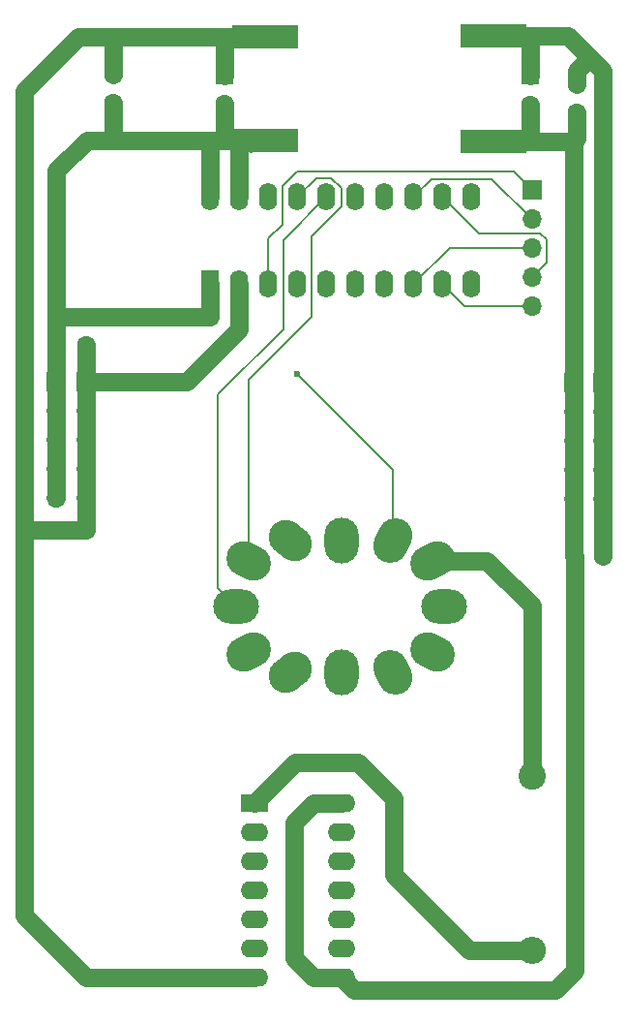
<source format=gbr>
%TF.GenerationSoftware,KiCad,Pcbnew,8.0.8*%
%TF.CreationDate,2025-03-08T09:49:48-08:00*%
%TF.ProjectId,proto,70726f74-6f2e-46b6-9963-61645f706362,rev?*%
%TF.SameCoordinates,Original*%
%TF.FileFunction,Copper,L1,Top*%
%TF.FilePolarity,Positive*%
%FSLAX46Y46*%
G04 Gerber Fmt 4.6, Leading zero omitted, Abs format (unit mm)*
G04 Created by KiCad (PCBNEW 8.0.8) date 2025-03-08 09:49:48*
%MOMM*%
%LPD*%
G01*
G04 APERTURE LIST*
G04 Aperture macros list*
%AMHorizOval*
0 Thick line with rounded ends*
0 $1 width*
0 $2 $3 position (X,Y) of the first rounded end (center of the circle)*
0 $4 $5 position (X,Y) of the second rounded end (center of the circle)*
0 Add line between two ends*
20,1,$1,$2,$3,$4,$5,0*
0 Add two circle primitives to create the rounded ends*
1,1,$1,$2,$3*
1,1,$1,$4,$5*%
G04 Aperture macros list end*
%TA.AperFunction,ComponentPad*%
%ADD10R,2.400000X1.600000*%
%TD*%
%TA.AperFunction,ComponentPad*%
%ADD11O,2.400000X1.600000*%
%TD*%
%TA.AperFunction,ComponentPad*%
%ADD12R,1.600000X1.600000*%
%TD*%
%TA.AperFunction,ComponentPad*%
%ADD13C,1.600000*%
%TD*%
%TA.AperFunction,ComponentPad*%
%ADD14R,1.700000X1.700000*%
%TD*%
%TA.AperFunction,ComponentPad*%
%ADD15O,1.700000X1.700000*%
%TD*%
%TA.AperFunction,ComponentPad*%
%ADD16HorizOval,3.000000X-0.447077X-0.223880X0.447077X0.223880X0*%
%TD*%
%TA.AperFunction,ComponentPad*%
%ADD17HorizOval,3.000000X-0.223880X-0.447077X0.223880X0.447077X0*%
%TD*%
%TA.AperFunction,ComponentPad*%
%ADD18O,3.000000X4.000000*%
%TD*%
%TA.AperFunction,ComponentPad*%
%ADD19HorizOval,3.000000X-0.394005X0.307831X0.394005X-0.307831X0*%
%TD*%
%TA.AperFunction,ComponentPad*%
%ADD20HorizOval,3.000000X-0.447077X0.223880X0.447077X-0.223880X0*%
%TD*%
%TA.AperFunction,ComponentPad*%
%ADD21O,4.000000X3.000000*%
%TD*%
%TA.AperFunction,ComponentPad*%
%ADD22HorizOval,3.000000X0.447077X0.223880X-0.447077X-0.223880X0*%
%TD*%
%TA.AperFunction,ComponentPad*%
%ADD23HorizOval,3.000000X0.394005X0.307831X-0.394005X-0.307831X0*%
%TD*%
%TA.AperFunction,ComponentPad*%
%ADD24HorizOval,3.000000X-0.223880X0.447077X0.223880X-0.447077X0*%
%TD*%
%TA.AperFunction,ComponentPad*%
%ADD25HorizOval,3.000000X-0.447077X0.223880X0.447077X-0.223880X0*%
%TD*%
%TA.AperFunction,ComponentPad*%
%ADD26C,2.400000*%
%TD*%
%TA.AperFunction,ComponentPad*%
%ADD27O,2.400000X2.400000*%
%TD*%
%TA.AperFunction,ComponentPad*%
%ADD28R,1.600000X2.400000*%
%TD*%
%TA.AperFunction,ComponentPad*%
%ADD29O,1.600000X2.400000*%
%TD*%
%TA.AperFunction,SMDPad,CuDef*%
%ADD30R,5.800000X2.000000*%
%TD*%
%TA.AperFunction,ViaPad*%
%ADD31C,0.600000*%
%TD*%
%TA.AperFunction,Conductor*%
%ADD32C,1.600000*%
%TD*%
%TA.AperFunction,Conductor*%
%ADD33C,0.200000*%
%TD*%
%TA.AperFunction,Conductor*%
%ADD34C,0.400000*%
%TD*%
G04 APERTURE END LIST*
D10*
%TO.P,S1,1,HV_OUT*%
%TO.N,Net-(S1-HV_OUT)*%
X101770000Y-162740000D03*
D11*
%TO.P,S1,2,LV_IN*%
%TO.N,Net-(J5-Pin_1)*%
X101770000Y-177980000D03*
%TO.P,S1,3,LGND*%
%TO.N,GND*%
X109390000Y-177980000D03*
%TO.P,S1,4,PGND*%
X109390000Y-162740000D03*
%TO.P,S1,x*%
%TO.N,N/C*%
X101770000Y-165280000D03*
X101770000Y-167820000D03*
X101770000Y-170360000D03*
X101770000Y-172900000D03*
X101770000Y-175440000D03*
X109390000Y-165280000D03*
X109390000Y-167820000D03*
X109390000Y-170360000D03*
X109390000Y-172900000D03*
X109390000Y-175440000D03*
%TD*%
D12*
%TO.P,C1,1*%
%TO.N,Net-(J2-Pin_1)*%
X125950000Y-99174888D03*
D13*
%TO.P,C1,2*%
%TO.N,GND*%
X125950000Y-101674888D03*
%TD*%
D14*
%TO.P,J2,1,Pin_1*%
%TO.N,Net-(J2-Pin_1)*%
X132290000Y-126005000D03*
D15*
%TO.P,J2,2,Pin_2*%
X132290000Y-128545000D03*
%TO.P,J2,3,Pin_3*%
X132290000Y-131085000D03*
%TO.P,J2,4,Pin_4*%
X132290000Y-133625000D03*
%TO.P,J2,5,Pin_5*%
X132290000Y-136165000D03*
%TD*%
D13*
%TO.P,C5,1*%
%TO.N,Net-(J2-Pin_1)*%
X130000000Y-99890000D03*
%TO.P,C5,2*%
%TO.N,GND*%
X130000000Y-102390000D03*
%TD*%
%TO.P,C6,1*%
%TO.N,Net-(J5-Pin_1)*%
X87060000Y-122730000D03*
%TO.P,C6,2*%
%TO.N,GND*%
X87060000Y-120230000D03*
%TD*%
D14*
%TO.P,J1,1,Pin_1*%
%TO.N,Net-(J1-Pin_1)*%
X126060000Y-109140000D03*
D15*
%TO.P,J1,2,Pin_2*%
%TO.N,Net-(J1-Pin_2)*%
X126060000Y-111680000D03*
%TO.P,J1,3,Pin_3*%
%TO.N,Net-(J1-Pin_3)*%
X126060000Y-114220000D03*
%TO.P,J1,4,Pin_4*%
%TO.N,Net-(J1-Pin_4)*%
X126060000Y-116760000D03*
%TO.P,J1,5,Pin_5*%
%TO.N,Net-(J1-Pin_5)*%
X126060000Y-119300000D03*
%TD*%
D13*
%TO.P,C2,1*%
%TO.N,Net-(J2-Pin_1)*%
X132290000Y-141190000D03*
%TO.P,C2,2*%
%TO.N,GND*%
X129790000Y-141190000D03*
%TD*%
D16*
%TO.P,N1,1,A*%
%TO.N,Net-(N1-A)*%
X117400000Y-141560000D03*
D17*
%TO.P,N1,2,D0*%
%TO.N,Net-(N1-D0)*%
X113900000Y-139810000D03*
D18*
%TO.P,N1,3,D9*%
%TO.N,unconnected-(N1-D9-Pad3)*%
X109400000Y-139810000D03*
D19*
%TO.P,N1,4,D8*%
%TO.N,unconnected-(N1-D8-Pad4)*%
X104900000Y-139810000D03*
D20*
%TO.P,N1,5,D7*%
%TO.N,Net-(N1-D7)*%
X101275000Y-141560000D03*
D21*
%TO.P,N1,6,D6*%
%TO.N,Net-(N1-D6)*%
X100150000Y-145560000D03*
D22*
%TO.P,N1,7,D5*%
%TO.N,Net-(N1-D5)*%
X101275000Y-149560000D03*
D23*
%TO.P,N1,8,D4*%
%TO.N,Net-(N1-D4)*%
X104900000Y-151310000D03*
D18*
%TO.P,N1,9,D3*%
%TO.N,Net-(N1-D3)*%
X109400000Y-151310000D03*
D24*
%TO.P,N1,10,D2*%
%TO.N,Net-(N1-D2)*%
X113900000Y-151310000D03*
D25*
%TO.P,N1,11,D1*%
%TO.N,Net-(N1-D1)*%
X117400000Y-149560000D03*
D21*
%TO.P,N1,12,NC*%
%TO.N,unconnected-(N1-NC-Pad12)*%
X118400000Y-145560000D03*
%TD*%
D26*
%TO.P,R1,1*%
%TO.N,Net-(N1-A)*%
X126070000Y-160340000D03*
D27*
%TO.P,R1,2*%
%TO.N,Net-(S1-HV_OUT)*%
X126070000Y-175580000D03*
%TD*%
D14*
%TO.P,J4,1,Pin_1*%
%TO.N,GND*%
X129750000Y-126000000D03*
D15*
%TO.P,J4,2,Pin_2*%
X129750000Y-128540000D03*
%TO.P,J4,3,Pin_3*%
X129750000Y-131080000D03*
%TO.P,J4,4,Pin_4*%
X129750000Y-133620000D03*
%TO.P,J4,5,Pin_5*%
X129750000Y-136160000D03*
%TD*%
D28*
%TO.P,U2,1,PGND*%
%TO.N,GND*%
X97910000Y-117400000D03*
D29*
%TO.P,U2,2,VCC*%
%TO.N,Net-(J5-Pin_1)*%
X100450000Y-117400000D03*
%TO.P,U2,3,SER_IN*%
%TO.N,Net-(J1-Pin_1)*%
X102990000Y-117400000D03*
%TO.P,U2,4,DRAIN0*%
%TO.N,Net-(N1-D0)*%
X105530000Y-117400000D03*
%TO.P,U2,5,DRAIN1*%
%TO.N,Net-(N1-D1)*%
X108070000Y-117400000D03*
%TO.P,U2,6,DRAIN2*%
%TO.N,Net-(N1-D2)*%
X110610000Y-117400000D03*
%TO.P,U2,7,DRAIN3*%
%TO.N,Net-(N1-D3)*%
X113150000Y-117400000D03*
%TO.P,U2,8,~{SRCLR}*%
%TO.N,Net-(J1-Pin_3)*%
X115690000Y-117400000D03*
%TO.P,U2,9,~{G}*%
%TO.N,Net-(J1-Pin_5)*%
X118230000Y-117400000D03*
%TO.P,U2,10,PGND*%
%TO.N,GND*%
X120770000Y-117400000D03*
%TO.P,U2,11,PGND*%
X120770000Y-109780000D03*
%TO.P,U2,12,RCLK*%
%TO.N,Net-(J1-Pin_4)*%
X118230000Y-109780000D03*
%TO.P,U2,13,SRCK*%
%TO.N,Net-(J1-Pin_2)*%
X115690000Y-109780000D03*
%TO.P,U2,14,DRAIN4*%
%TO.N,Net-(N1-D4)*%
X113150000Y-109780000D03*
%TO.P,U2,15,DRAIN5*%
%TO.N,Net-(N1-D5)*%
X110610000Y-109780000D03*
%TO.P,U2,16,DRAIN6*%
%TO.N,Net-(N1-D6)*%
X108070000Y-109780000D03*
%TO.P,U2,17,DRAIN7*%
%TO.N,Net-(N1-D7)*%
X105530000Y-109780000D03*
%TO.P,U2,18,SER_OUT*%
%TO.N,unconnected-(U2-SER_OUT-Pad18)*%
X102990000Y-109780000D03*
%TO.P,U2,19,LGND*%
%TO.N,GND*%
X100450000Y-109780000D03*
%TO.P,U2,20,PGND*%
X97910000Y-109780000D03*
%TD*%
D14*
%TO.P,J5,1,Pin_1*%
%TO.N,Net-(J5-Pin_1)*%
X87030000Y-125950000D03*
D15*
%TO.P,J5,2,Pin_2*%
X87030000Y-128490000D03*
%TO.P,J5,3,Pin_3*%
X87030000Y-131030000D03*
%TO.P,J5,4,Pin_4*%
X87030000Y-133570000D03*
%TO.P,J5,5,Pin_5*%
X87030000Y-136110000D03*
%TD*%
D13*
%TO.P,C7,1*%
%TO.N,Net-(J5-Pin_1)*%
X100440000Y-120220000D03*
%TO.P,C7,2*%
%TO.N,GND*%
X97940000Y-120220000D03*
%TD*%
D14*
%TO.P,J3,1,Pin_1*%
%TO.N,GND*%
X84480000Y-125920000D03*
D15*
%TO.P,J3,2,Pin_2*%
X84480000Y-128460000D03*
%TO.P,J3,3,Pin_3*%
X84480000Y-131000000D03*
%TO.P,J3,4,Pin_4*%
X84480000Y-133540000D03*
%TO.P,J3,5,Pin_5*%
X84480000Y-136080000D03*
%TD*%
D12*
%TO.P,C3,1*%
%TO.N,Net-(J5-Pin_1)*%
X99160000Y-99124888D03*
D13*
%TO.P,C3,2*%
%TO.N,GND*%
X99160000Y-101624888D03*
%TD*%
D30*
%TO.P,U1,1,IN+*%
%TO.N,Net-(J2-Pin_1)*%
X122690000Y-95710001D03*
%TO.P,U1,2,5v*%
%TO.N,Net-(J5-Pin_1)*%
X102690000Y-95744500D03*
%TO.P,U1,3,GND*%
%TO.N,GND*%
X102690000Y-104835500D03*
%TO.P,U1,4,IN-*%
X122690000Y-104905497D03*
%TD*%
D13*
%TO.P,C4,1*%
%TO.N,Net-(J5-Pin_1)*%
X89450000Y-99050000D03*
%TO.P,C4,2*%
%TO.N,GND*%
X89450000Y-101550000D03*
%TD*%
D31*
%TO.N,GND*%
X126930000Y-104490000D03*
X95510000Y-105240000D03*
X95500000Y-104440000D03*
X127710000Y-105280000D03*
X97070000Y-105230000D03*
X128470000Y-105280000D03*
X128470000Y-104480000D03*
X127710000Y-104480000D03*
X96280000Y-104440000D03*
X126150000Y-104490000D03*
X97060000Y-104430000D03*
X97820000Y-104430000D03*
X97830000Y-105230000D03*
X126150000Y-105290000D03*
X96290000Y-105240000D03*
X126930000Y-105290000D03*
%TO.N,Net-(N1-D0)*%
X105530000Y-125240000D03*
%TD*%
D32*
%TO.N,GND*%
X97940000Y-120220000D02*
X97940000Y-117430000D01*
X97940000Y-117430000D02*
X97910000Y-117400000D01*
D33*
X99160000Y-104805500D02*
X100450000Y-104805500D01*
D32*
X100450000Y-104805500D02*
X100450000Y-109780000D01*
X97910000Y-109780000D02*
X97910000Y-105310000D01*
D33*
X97910000Y-105310000D02*
X97830000Y-105230000D01*
D32*
X109390000Y-162740000D02*
X107000000Y-162740000D01*
X129750000Y-133620000D02*
X129750000Y-136160000D01*
X129750000Y-104905497D02*
X129750000Y-126000000D01*
D34*
X84450000Y-125890000D02*
X84480000Y-125920000D01*
D33*
X102275000Y-104860000D02*
X102299500Y-104835500D01*
D32*
X129750000Y-136160000D02*
X129750000Y-141150000D01*
X109390000Y-177980000D02*
X110530000Y-179120000D01*
D33*
X100450000Y-104835500D02*
X102299500Y-104835500D01*
D32*
X130000000Y-102390000D02*
X130000000Y-104655497D01*
D33*
X128550000Y-104450000D02*
X128560000Y-104460000D01*
X125950000Y-104885497D02*
X125930000Y-104905497D01*
D32*
X99130000Y-104835500D02*
X102690000Y-104835500D01*
X105270000Y-176290000D02*
X106960000Y-177980000D01*
D33*
X127030000Y-105260000D02*
X127020000Y-105270000D01*
X126240000Y-104470000D02*
X126224503Y-104485497D01*
D32*
X89450000Y-101550000D02*
X89450000Y-104515500D01*
D33*
X89450000Y-104515500D02*
X89130000Y-104835500D01*
D32*
X97940000Y-120220000D02*
X87070000Y-120220000D01*
D33*
X123910994Y-104090000D02*
X123095497Y-104905497D01*
D32*
X125930000Y-104905497D02*
X122690000Y-104905497D01*
X99160000Y-101624888D02*
X99160000Y-104805500D01*
X84480000Y-133540000D02*
X84480000Y-136080000D01*
X84450000Y-107500000D02*
X87114500Y-104835500D01*
X87060000Y-120230000D02*
X84600000Y-120230000D01*
D34*
X101534000Y-104070000D02*
X102299500Y-104835500D01*
D32*
X125950000Y-101674888D02*
X125950000Y-104885497D01*
X84480000Y-131000000D02*
X84480000Y-133540000D01*
X129790000Y-177420000D02*
X129790000Y-141190000D01*
X129750000Y-131080000D02*
X129750000Y-133620000D01*
D34*
X84450000Y-128430000D02*
X84480000Y-128460000D01*
D32*
X84480000Y-128460000D02*
X84480000Y-131000000D01*
D33*
X127790000Y-104450000D02*
X127800000Y-104460000D01*
X123880000Y-105690000D02*
X123095497Y-104905497D01*
D32*
X129750000Y-126000000D02*
X129750000Y-128540000D01*
D33*
X126230000Y-104460000D02*
X126240000Y-104470000D01*
D32*
X107000000Y-162740000D02*
X105270000Y-164470000D01*
D33*
X99160000Y-104805500D02*
X99130000Y-104835500D01*
D32*
X106960000Y-177980000D02*
X109390000Y-177980000D01*
D33*
X127010000Y-104460000D02*
X127020000Y-104470000D01*
D32*
X110530000Y-179120000D02*
X128090000Y-179120000D01*
X129750000Y-141150000D02*
X129790000Y-141190000D01*
X84450000Y-125890000D02*
X84450000Y-107500000D01*
X87114500Y-104835500D02*
X99130000Y-104835500D01*
D33*
X99160000Y-101624888D02*
X99170000Y-101634888D01*
D32*
X130000000Y-104655497D02*
X129750000Y-104905497D01*
X105270000Y-164470000D02*
X105270000Y-176290000D01*
D34*
X101465000Y-105670000D02*
X102299500Y-104835500D01*
D33*
X87070000Y-120220000D02*
X87060000Y-120230000D01*
X127030000Y-104460000D02*
X127020000Y-104470000D01*
D32*
X128090000Y-179120000D02*
X129790000Y-177420000D01*
X129750000Y-128540000D02*
X129750000Y-131080000D01*
X84450000Y-125890000D02*
X84450000Y-128430000D01*
X129750000Y-104905497D02*
X125930000Y-104905497D01*
%TO.N,Net-(J2-Pin_1)*%
X132290000Y-98750000D02*
X130960000Y-97420000D01*
X129250001Y-95710001D02*
X125940000Y-95710001D01*
X132290000Y-136165000D02*
X132290000Y-141190000D01*
X125940000Y-95710001D02*
X122690000Y-95710001D01*
X132290000Y-128545000D02*
X132290000Y-131085000D01*
X130000000Y-99890000D02*
X130000000Y-98740000D01*
X130000000Y-98740000D02*
X130960000Y-97780000D01*
X130960000Y-97780000D02*
X130960000Y-97420000D01*
X125950000Y-99174888D02*
X125950000Y-95720001D01*
X132290000Y-126005000D02*
X132290000Y-128545000D01*
X130960000Y-97420000D02*
X129250001Y-95710001D01*
D33*
X125950000Y-95720001D02*
X125940000Y-95710001D01*
D32*
X132290000Y-131085000D02*
X132290000Y-133625000D01*
X132290000Y-98750000D02*
X132290000Y-126005000D01*
X132290000Y-133625000D02*
X132290000Y-136165000D01*
%TO.N,Net-(J5-Pin_1)*%
X87030000Y-133570000D02*
X87030000Y-131030000D01*
X87060000Y-122730000D02*
X87060000Y-125920000D01*
X89450000Y-99050000D02*
X89450000Y-95924500D01*
X87090000Y-178010000D02*
X87120000Y-177980000D01*
X100450000Y-121341370D02*
X100450000Y-117400000D01*
X81640000Y-138830000D02*
X87030000Y-138830000D01*
X95841370Y-125950000D02*
X100450000Y-121341370D01*
X87030000Y-125950000D02*
X95841370Y-125950000D01*
X86375500Y-95744500D02*
X81640000Y-100480000D01*
X99160000Y-99124888D02*
X99160000Y-95804500D01*
X99100000Y-95744500D02*
X102690000Y-95744500D01*
X87030000Y-128490000D02*
X87030000Y-125950000D01*
X81640000Y-172560000D02*
X87090000Y-178010000D01*
D33*
X99160000Y-95804500D02*
X99100000Y-95744500D01*
D32*
X81640000Y-138830000D02*
X81640000Y-172560000D01*
X87120000Y-177980000D02*
X101770000Y-177980000D01*
X87030000Y-131030000D02*
X87030000Y-128490000D01*
D33*
X87060000Y-125920000D02*
X87030000Y-125950000D01*
D32*
X87030000Y-136110000D02*
X87030000Y-133570000D01*
X87030000Y-138830000D02*
X87030000Y-136110000D01*
X81640000Y-100480000D02*
X81640000Y-138830000D01*
X86375500Y-95744500D02*
X99100000Y-95744500D01*
D33*
%TO.N,Net-(J1-Pin_4)*%
X121420000Y-112970000D02*
X118230000Y-109780000D01*
X127330000Y-115490000D02*
X127330000Y-113500000D01*
X126060000Y-116760000D02*
X127330000Y-115490000D01*
X126800000Y-112970000D02*
X121420000Y-112970000D01*
X127330000Y-113500000D02*
X126800000Y-112970000D01*
%TO.N,Net-(J1-Pin_3)*%
X118870000Y-114220000D02*
X115690000Y-117400000D01*
X126060000Y-114220000D02*
X118870000Y-114220000D01*
%TO.N,Net-(J1-Pin_1)*%
X105510000Y-107550000D02*
X104220000Y-108840000D01*
X104220000Y-112160000D02*
X102990000Y-113390000D01*
X124470000Y-107550000D02*
X105510000Y-107550000D01*
X102990000Y-113390000D02*
X102990000Y-117400000D01*
X104220000Y-108840000D02*
X104220000Y-112160000D01*
X126060000Y-109140000D02*
X124470000Y-107550000D01*
%TO.N,Net-(N1-D5)*%
X101400000Y-149560000D02*
X101400000Y-148550000D01*
%TO.N,Net-(N1-D7)*%
X109380000Y-108970000D02*
X108530000Y-108120000D01*
X101275000Y-141560000D02*
X101275000Y-125775000D01*
X108530000Y-108120000D02*
X107190000Y-108120000D01*
X106800000Y-120250000D02*
X106800000Y-113200000D01*
X107190000Y-108120000D02*
X105530000Y-109780000D01*
X106800000Y-113200000D02*
X109380000Y-110620000D01*
X101275000Y-125775000D02*
X106800000Y-120250000D01*
X109380000Y-110620000D02*
X109380000Y-108970000D01*
D32*
%TO.N,Net-(N1-A)*%
X117400000Y-141560000D02*
X122120000Y-141560000D01*
X126070000Y-145510000D02*
X126070000Y-160340000D01*
X122120000Y-141560000D02*
X126070000Y-145510000D01*
D33*
%TO.N,Net-(N1-D6)*%
X104300000Y-113550000D02*
X108070000Y-109780000D01*
X104300000Y-121330000D02*
X104300000Y-113550000D01*
X98580000Y-127050000D02*
X104300000Y-121330000D01*
X98580000Y-143990000D02*
X98580000Y-127050000D01*
X100150000Y-145560000D02*
X98580000Y-143990000D01*
%TO.N,Net-(N1-D0)*%
X113900000Y-139810000D02*
X114010000Y-139700000D01*
X104900000Y-118030000D02*
X105530000Y-117400000D01*
X114010000Y-139700000D02*
X114010000Y-139920000D01*
X113900000Y-139810000D02*
X113900000Y-133610000D01*
X113900000Y-133610000D02*
X105530000Y-125240000D01*
%TO.N,Net-(N1-D1)*%
X107400000Y-118070000D02*
X108070000Y-117400000D01*
X117400000Y-149560000D02*
X117480000Y-149640000D01*
D32*
%TO.N,Net-(S1-HV_OUT)*%
X113980000Y-162340000D02*
X113980000Y-169000000D01*
X105330000Y-159180000D02*
X110820000Y-159180000D01*
X120560000Y-175580000D02*
X126070000Y-175580000D01*
X110820000Y-159180000D02*
X113980000Y-162340000D01*
X101770000Y-162740000D02*
X105330000Y-159180000D01*
X113980000Y-169000000D02*
X120560000Y-175580000D01*
D33*
%TO.N,Net-(J1-Pin_2)*%
X117310000Y-108180000D02*
X115710000Y-109780000D01*
X126060000Y-111680000D02*
X122560000Y-108180000D01*
X115710000Y-109780000D02*
X115690000Y-109780000D01*
X122560000Y-108180000D02*
X117310000Y-108180000D01*
%TO.N,Net-(J1-Pin_5)*%
X126060000Y-119300000D02*
X120130000Y-119300000D01*
X120130000Y-119300000D02*
X118230000Y-117400000D01*
%TD*%
M02*

</source>
